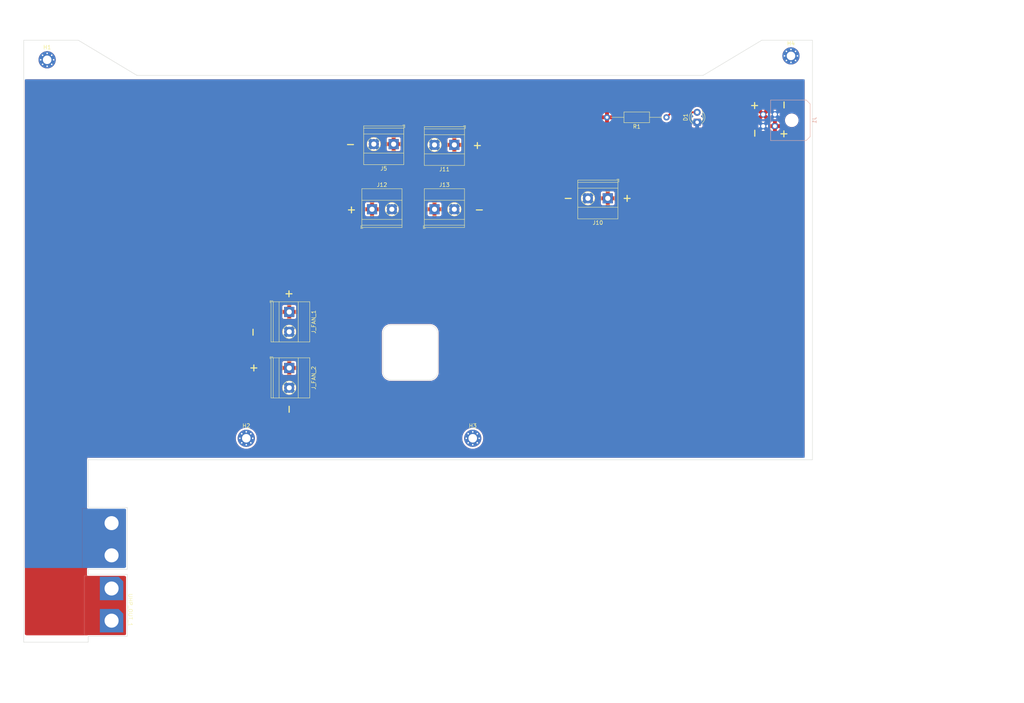
<source format=kicad_pcb>
(kicad_pcb (version 20240108) (generator "pcbnew") (generator_version "8.0")
  (layers (0 "F.Cu" signal) (31 "B.Cu" signal) (34 "B.Paste" user) (35 "F.Paste" user) (36 "B.SilkS" user "B.Silkscreen") (37 "F.SilkS" user "F.Silkscreen") (38 "B.Mask" user) (39 "F.Mask" user) (44 "Edge.Cuts" user))
  (net 0 "")
  (net 1 "+5V")
  (net 2 "GND")
  (net 39 "Net-(D1-A)")
  (footprint "TerminalBlock_Phoenix:TerminalBlock_Phoenix_MKDS-1,5-2-5.08_1x02_P5.08mm_Horizontal" (layer "F.Cu") (at 193.58 53.5 180)
    (property "Reference" "J10" (at 2.54 -6.26 0) (layer "F.SilkS"))
    (property "Value" "Switch_power")
    (fp_line (start 7.68 -5.261) (end 7.68 4.66) (stroke (width 0.12)) (layer "F.SilkS"))
    (fp_line (start 6.355 -1.069) (end 6.308 -1.023) (stroke (width 0.12)) (layer "F.SilkS"))
    (fp_line (start 6.15 -1.275) (end 6.115 -1.239) (stroke (width 0.12)) (layer "F.SilkS"))
    (fp_line (start 4.046 1.239) (end 4.011 1.274) (stroke (width 0.12)) (layer "F.SilkS"))
    (fp_line (start 3.853 1.023) (end 3.806 1.069) (stroke (width 0.12)) (layer "F.SilkS"))
    (fp_line (start -2.6 4.66) (end 7.68 4.66) (stroke (width 0.12)) (layer "F.SilkS"))
    (fp_line (start -2.6 4.1) (end 7.68 4.1) (stroke (width 0.12)) (layer "F.SilkS"))
    (fp_line (start -2.6 2.6) (end 7.68 2.6) (stroke (width 0.12)) (layer "F.SilkS"))
    (fp_line (start -2.6 -2.301) (end 7.68 -2.301) (stroke (width 0.12)) (layer "F.SilkS"))
    (fp_line (start -2.6 -5.261) (end 7.68 -5.261) (stroke (width 0.12)) (layer "F.SilkS"))
    (fp_line (start -2.6 -5.261) (end -2.6 4.66) (stroke (width 0.12)) (layer "F.SilkS"))
    (fp_line (start -2.84 4.9) (end -2.34 4.9) (stroke (width 0.12)) (layer "F.SilkS"))
    (fp_line (start -2.84 4.16) (end -2.84 4.9) (stroke (width 0.12)) (layer "F.SilkS"))
    (fp_arc (start 1.535427 -0.683042) (mid 1.680501 0.000524) (end 1.535 0.684) (stroke (width 0.12)) (layer "F.SilkS"))
    (fp_arc (start 0.683318 1.534756) (mid 0.349292 1.643288) (end 0 1.68) (stroke (width 0.12)) (layer "F.SilkS"))
    (fp_arc (start 0.028805 1.680253) (mid -0.335551 1.646659) (end -0.684 1.535) (stroke (width 0.12)) (layer "F.SilkS"))
    (fp_arc (start -0.683042 -1.535427) (mid 0.000524 -1.680501) (end 0.684 -1.535) (stroke (width 0.12)) (layer "F.SilkS"))
    (fp_arc (start -1.535427 0.683042) (mid -1.680501 -0.000524) (end -1.535 -0.684) (stroke (width 0.12)) (layer "F.SilkS"))
    (fp_circle (center 5.08 0) (end 6.76 0) (stroke (width 0.12)) (fill none) (layer "F.SilkS"))
    (fp_text user "+" (at -6.4 1 180) (layer "F.SilkS") (effects (font (size 2 2) (thickness 0.3)) (justify left bottom)))
    (fp_text user "-" (at 8.7 1 180) (layer "F.SilkS") (effects (font (size 2 2) (thickness 0.3)) (justify left bottom)))
    (pad "1" thru_hole rect (at 0 0 180) (size 2.6 2.6) (drill 1.3) (layers "*.Cu" "*.Mask") (net 1 "+5V"))
    (pad "2" thru_hole circle (at 5.08 0 180) (size 2.6 2.6) (drill 1.3) (layers "*.Cu" "*.Mask") (net 2 "GND"))
  )
  (footprint "power_supply:UHP-200A-5_output" (layer "F.Cu") (at 66.5 136.5 -90)
    (property "Reference" "UHP_OUT_1" (at 22.5 -4.8 -90) (layer "F.SilkS") (effects (font (thickness 0.1))))
    (property "Value" "~")
    (pad "1" thru_hole rect (at 0.25 0 270) (size 6 6) (drill 3.6) (layers "*.Cu" "*.Mask") (net 2 "GND"))
    (pad "2" thru_hole roundrect (at 8.5 0 270) (size 6 6) (drill 3.6) (layers "*.Cu" "*.Mask") (roundrect_rratio 0) (chamfer_ratio 0.2) (chamfer top_left) (net 2 "GND"))
    (pad "3" thru_hole roundrect (at 17 0 270) (size 6 6) (drill 3.6) (layers "*.Cu" "*.Mask") (roundrect_rratio 0) (chamfer_ratio 0.2) (chamfer top_left) (net 1 "+5V"))
    (pad "4" thru_hole roundrect (at 25.25 0 270) (size 6 6) (drill 3.6) (layers "*.Cu" "*.Mask") (roundrect_rratio 0) (chamfer_ratio 0.2) (chamfer top_left) (net 1 "+5V"))
  )
  (footprint "MountingHole:MountingHole_2.2mm_M2_Pad_Via" (layer "F.Cu") (at 159 115)
    (property "Reference" "H3" (at 0 -3.2 0) (layer "F.SilkS"))
    (property "Value" "MountingHole")
    (pad "1" thru_hole circle (at -1.65 0) (size 0.7 0.7) (drill 0.4) (layers "*.Cu" "*.Mask"))
    (pad "1" thru_hole circle (at -1.166726 -1.166726) (size 0.7 0.7) (drill 0.4) (layers "*.Cu" "*.Mask"))
    (pad "1" thru_hole circle (at -1.166726 1.166726) (size 0.7 0.7) (drill 0.4) (layers "*.Cu" "*.Mask"))
    (pad "1" thru_hole circle (at 0 -1.65) (size 0.7 0.7) (drill 0.4) (layers "*.Cu" "*.Mask"))
    (pad "1" thru_hole circle (at 0 0) (size 4.4 4.4) (drill 2.2) (layers "*.Cu" "*.Mask"))
    (pad "1" thru_hole circle (at 0 1.65) (size 0.7 0.7) (drill 0.4) (layers "*.Cu" "*.Mask"))
    (pad "1" thru_hole circle (at 1.166726 -1.166726) (size 0.7 0.7) (drill 0.4) (layers "*.Cu" "*.Mask"))
    (pad "1" thru_hole circle (at 1.166726 1.166726) (size 0.7 0.7) (drill 0.4) (layers "*.Cu" "*.Mask"))
    (pad "1" thru_hole circle (at 1.65 0) (size 0.7 0.7) (drill 0.4) (layers "*.Cu" "*.Mask"))
  )
  (footprint "MountingHole:MountingHole_2.2mm_M2_Pad_Via" (layer "F.Cu") (at 240.5 17)
    (property "Reference" "H4" (at 0 -3.2 0) (layer "F.SilkS"))
    (property "Value" "MountingHole")
    (pad "1" thru_hole circle (at -1.65 0) (size 0.7 0.7) (drill 0.4) (layers "*.Cu" "*.Mask"))
    (pad "1" thru_hole circle (at -1.166726 -1.166726) (size 0.7 0.7) (drill 0.4) (layers "*.Cu" "*.Mask"))
    (pad "1" thru_hole circle (at -1.166726 1.166726) (size 0.7 0.7) (drill 0.4) (layers "*.Cu" "*.Mask"))
    (pad "1" thru_hole circle (at 0 -1.65) (size 0.7 0.7) (drill 0.4) (layers "*.Cu" "*.Mask"))
    (pad "1" thru_hole circle (at 0 0) (size 4.4 4.4) (drill 2.2) (layers "*.Cu" "*.Mask"))
    (pad "1" thru_hole circle (at 0 1.65) (size 0.7 0.7) (drill 0.4) (layers "*.Cu" "*.Mask"))
    (pad "1" thru_hole circle (at 1.166726 -1.166726) (size 0.7 0.7) (drill 0.4) (layers "*.Cu" "*.Mask"))
    (pad "1" thru_hole circle (at 1.166726 1.166726) (size 0.7 0.7) (drill 0.4) (layers "*.Cu" "*.Mask"))
    (pad "1" thru_hole circle (at 1.65 0) (size 0.7 0.7) (drill 0.4) (layers "*.Cu" "*.Mask"))
  )
  (footprint "TerminalBlock_Phoenix:TerminalBlock_Phoenix_MKDS-1,5-2-5.08_1x02_P5.08mm_Horizontal" (layer "F.Cu") (at 112 96.98 -90)
    (property "Reference" "J_FAN_2" (at 2.54 -6.26 90) (layer "F.SilkS"))
    (property "Value" "Fan_power")
    (fp_line (start -2.84 4.9) (end -2.34 4.9) (stroke (width 0.12)) (layer "F.SilkS"))
    (fp_line (start -2.6 4.66) (end 7.68 4.66) (stroke (width 0.12)) (layer "F.SilkS"))
    (fp_line (start -2.84 4.16) (end -2.84 4.9) (stroke (width 0.12)) (layer "F.SilkS"))
    (fp_line (start -2.6 4.1) (end 7.68 4.1) (stroke (width 0.12)) (layer "F.SilkS"))
    (fp_line (start -2.6 2.6) (end 7.68 2.6) (stroke (width 0.12)) (layer "F.SilkS"))
    (fp_line (start 4.046 1.239) (end 4.011 1.274) (stroke (width 0.12)) (layer "F.SilkS"))
    (fp_line (start 3.853 1.023) (end 3.806 1.069) (stroke (width 0.12)) (layer "F.SilkS"))
    (fp_line (start 6.355 -1.069) (end 6.308 -1.023) (stroke (width 0.12)) (layer "F.SilkS"))
    (fp_line (start 6.15 -1.275) (end 6.115 -1.239) (stroke (width 0.12)) (layer "F.SilkS"))
    (fp_line (start -2.6 -2.301) (end 7.68 -2.301) (stroke (width 0.12)) (layer "F.SilkS"))
    (fp_line (start -2.6 -5.261) (end -2.6 4.66) (stroke (width 0.12)) (layer "F.SilkS"))
    (fp_line (start -2.6 -5.261) (end 7.68 -5.261) (stroke (width 0.12)) (layer "F.SilkS"))
    (fp_line (start 7.68 -5.261) (end 7.68 4.66) (stroke (width 0.12)) (layer "F.SilkS"))
    (fp_arc (start 0.028805 1.680253) (mid -0.335551 1.646659) (end -0.684 1.535) (stroke (width 0.12)) (layer "F.SilkS"))
    (fp_arc (start 0.683318 1.534756) (mid 0.349292 1.643288) (end 0 1.68) (stroke (width 0.12)) (layer "F.SilkS"))
    (fp_arc (start -1.535427 0.683042) (mid -1.680501 -0.000524) (end -1.535 -0.684) (stroke (width 0.12)) (layer "F.SilkS"))
    (fp_arc (start 1.535427 -0.683042) (mid 1.680501 0.000524) (end 1.535 0.684) (stroke (width 0.12)) (layer "F.SilkS"))
    (fp_arc (start -0.683042 -1.535427) (mid 0.000524 -1.680501) (end 0.684 -1.535) (stroke (width 0.12)) (layer "F.SilkS"))
    (fp_circle (center 5.08 0) (end 6.76 0) (stroke (width 0.12)) (fill none) (layer "F.SilkS"))
    (pad "1" thru_hole rect (at 0 0 270) (size 2.6 2.6) (drill 1.3) (layers "*.Cu" "*.Mask") (net 1 "+5V"))
    (pad "2" thru_hole circle (at 5.08 0 270) (size 2.6 2.6) (drill 1.3) (layers "*.Cu" "*.Mask") (net 2 "GND"))
  )
  (footprint "TerminalBlock_Phoenix:TerminalBlock_Phoenix_MKDS-1,5-2-5.08_1x02_P5.08mm_Horizontal" (layer "F.Cu") (at 138.74 39.61 180)
    (property "Reference" "J5" (at 2.54 -6.26 0) (layer "F.SilkS"))
    (property "Value" "Rpi")
    (fp_line (start 7.68 -5.261) (end 7.68 4.66) (stroke (width 0.12)) (layer "F.SilkS"))
    (fp_line (start 6.355 -1.069) (end 6.308 -1.023) (stroke (width 0.12)) (layer "F.SilkS"))
    (fp_line (start 6.15 -1.275) (end 6.115 -1.239) (stroke (width 0.12)) (layer "F.SilkS"))
    (fp_line (start 4.046 1.239) (end 4.011 1.274) (stroke (width 0.12)) (layer "F.SilkS"))
    (fp_line (start 3.853 1.023) (end 3.806 1.069) (stroke (width 0.12)) (layer "F.SilkS"))
    (fp_line (start -2.6 4.66) (end 7.68 4.66) (stroke (width 0.12)) (layer "F.SilkS"))
    (fp_line (start -2.6 4.1) (end 7.68 4.1) (stroke (width 0.12)) (layer "F.SilkS"))
    (fp_line (start -2.6 2.6) (end 7.68 2.6) (stroke (width 0.12)) (layer "F.SilkS"))
    (fp_line (start -2.6 -2.301) (end 7.68 -2.301) (stroke (width 0.12)) (layer "F.SilkS"))
    (fp_line (start -2.6 -5.261) (end 7.68 -5.261) (stroke (width 0.12)) (layer "F.SilkS"))
    (fp_line (start -2.6 -5.261) (end -2.6 4.66) (stroke (width 0.12)) (layer "F.SilkS"))
    (fp_line (start -2.84 4.9) (end -2.34 4.9) (stroke (width 0.12)) (layer "F.SilkS"))
    (fp_line (start -2.84 4.16) (end -2.84 4.9) (stroke (width 0.12)) (layer "F.SilkS"))
    (fp_arc (start 1.535427 -0.683042) (mid 1.680501 0.000524) (end 1.535 0.684) (stroke (width 0.12)) (layer "F.SilkS"))
    (fp_arc (start 0.683318 1.534756) (mid 0.349292 1.643288) (end 0 1.68) (stroke (width 0.12)) (layer "F.SilkS"))
    (fp_arc (start 0.028805 1.680253) (mid -0.335551 1.646659) (end -0.684 1.535) (stroke (width 0.12)) (layer "F.SilkS"))
    (fp_arc (start -0.683042 -1.535427) (mid 0.000524 -1.680501) (end 0.684 -1.535) (stroke (width 0.12)) (layer "F.SilkS"))
    (fp_arc (start -1.535427 0.683042) (mid -1.680501 -0.000524) (end -1.535 -0.684) (stroke (width 0.12)) (layer "F.SilkS"))
    (fp_circle (center 5.08 0) (end 6.76 0) (stroke (width 0.12)) (fill none) (layer "F.SilkS"))
    (pad "1" thru_hole rect (at 0 0 180) (size 2.6 2.6) (drill 1.3) (layers "*.Cu" "*.Mask") (net 1 "+5V"))
    (pad "2" thru_hole circle (at 5.08 0 180) (size 2.6 2.6) (drill 1.3) (layers "*.Cu" "*.Mask") (net 2 "GND"))
  )
  (footprint "TerminalBlock_Phoenix:TerminalBlock_Phoenix_MKDS-1,5-2-5.08_1x02_P5.08mm_Horizontal" (layer "F.Cu") (at 112 82.62 -90)
    (property "Reference" "J_FAN_1" (at 2.54 -6.26 90) (layer "F.SilkS"))
    (property "Value" "Fan_power")
    (fp_line (start -2.84 4.9) (end -2.34 4.9) (stroke (width 0.12)) (layer "F.SilkS"))
    (fp_line (start -2.6 4.66) (end 7.68 4.66) (stroke (width 0.12)) (layer "F.SilkS"))
    (fp_line (start -2.84 4.16) (end -2.84 4.9) (stroke (width 0.12)) (layer "F.SilkS"))
    (fp_line (start -2.6 4.1) (end 7.68 4.1) (stroke (width 0.12)) (layer "F.SilkS"))
    (fp_line (start -2.6 2.6) (end 7.68 2.6) (stroke (width 0.12)) (layer "F.SilkS"))
    (fp_line (start 4.046 1.239) (end 4.011 1.274) (stroke (width 0.12)) (layer "F.SilkS"))
    (fp_line (start 3.853 1.023) (end 3.806 1.069) (stroke (width 0.12)) (layer "F.SilkS"))
    (fp_line (start 6.355 -1.069) (end 6.308 -1.023) (stroke (width 0.12)) (layer "F.SilkS"))
    (fp_line (start 6.15 -1.275) (end 6.115 -1.239) (stroke (width 0.12)) (layer "F.SilkS"))
    (fp_line (start -2.6 -2.301) (end 7.68 -2.301) (stroke (width 0.12)) (layer "F.SilkS"))
    (fp_line (start -2.6 -5.261) (end -2.6 4.66) (stroke (width 0.12)) (layer "F.SilkS"))
    (fp_line (start -2.6 -5.261) (end 7.68 -5.261) (stroke (width 0.12)) (layer "F.SilkS"))
    (fp_line (start 7.68 -5.261) (end 7.68 4.66) (stroke (width 0.12)) (layer "F.SilkS"))
    (fp_arc (start 0.028805 1.680253) (mid -0.335551 1.646659) (end -0.684 1.535) (stroke (width 0.12)) (layer "F.SilkS"))
    (fp_arc (start 0.683318 1.534756) (mid 0.349292 1.643288) (end 0 1.68) (stroke (width 0.12)) (layer "F.SilkS"))
    (fp_arc (start -1.535427 0.683042) (mid -1.680501 -0.000524) (end -1.535 -0.684) (stroke (width 0.12)) (layer "F.SilkS"))
    (fp_arc (start 1.535427 -0.683042) (mid 1.680501 0.000524) (end 1.535 0.684) (stroke (width 0.12)) (layer "F.SilkS"))
    (fp_arc (start -0.683042 -1.535427) (mid 0.000524 -1.680501) (end 0.684 -1.535) (stroke (width 0.12)) (layer "F.SilkS"))
    (fp_circle (center 5.08 0) (end 6.76 0) (stroke (width 0.12)) (fill none) (layer "F.SilkS"))
    (pad "1" thru_hole rect (at 0 0 270) (size 2.6 2.6) (drill 1.3) (layers "*.Cu" "*.Mask") (net 1 "+5V"))
    (pad "2" thru_hole circle (at 5.08 0 270) (size 2.6 2.6) (drill 1.3) (layers "*.Cu" "*.Mask") (net 2 "GND"))
  )
  (footprint "LED_THT:LED_D3.0mm" (layer "F.Cu") (at 216.475 34 90)
    (property "Reference" "D1" (at 1.27 -2.96 90) (layer "F.SilkS"))
    (property "Value" "PWR")
    (fp_line (start -0.29 -1.236) (end -0.29 -1.08) (stroke (width 0.12)) (layer "F.SilkS"))
    (fp_line (start -0.29 1.08) (end -0.29 1.236) (stroke (width 0.12)) (layer "F.SilkS"))
    (fp_arc (start -0.29 -1.235516) (mid 1.366487 -1.987659) (end 2.942335 -1.078608) (stroke (width 0.12)) (layer "F.SilkS"))
    (fp_arc (start 0.229039 -1.08) (mid 1.270117 -1.5) (end 2.31113 -1.079837) (stroke (width 0.12)) (layer "F.SilkS"))
    (fp_arc (start 2.942335 1.078608) (mid 1.366487 1.987659) (end -0.29 1.235516) (stroke (width 0.12)) (layer "F.SilkS"))
    (fp_arc (start 2.31113 1.079837) (mid 1.270117 1.5) (end 0.229039 1.08) (stroke (width 0.12)) (layer "F.SilkS"))
    (pad "1" thru_hole rect (at 0 0 90) (size 1.8 1.8) (drill 0.9) (layers "*.Cu" "*.Mask") (net 2 "GND"))
    (pad "2" thru_hole circle (at 2.54 0 90) (size 1.8 1.8) (drill 0.9) (layers "*.Cu" "*.Mask") (net 39 "Net-(D1-A)"))
  )
  (footprint "TerminalBlock_Phoenix:TerminalBlock_Phoenix_MKDS-1,5-2-5.08_1x02_P5.08mm_Horizontal" (layer "F.Cu") (at 149.205 56.305)
    (property "Reference" "J13" (at 2.54 -6.26 0) (layer "F.SilkS"))
    (property "Value" "Rpi")
    (fp_line (start -2.84 4.16) (end -2.84 4.9) (stroke (width 0.12)) (layer "F.SilkS"))
    (fp_line (start -2.84 4.9) (end -2.34 4.9) (stroke (width 0.12)) (layer "F.SilkS"))
    (fp_line (start -2.6 -5.261) (end -2.6 4.66) (stroke (width 0.12)) (layer "F.SilkS"))
    (fp_line (start -2.6 -5.261) (end 7.68 -5.261) (stroke (width 0.12)) (layer "F.SilkS"))
    (fp_line (start -2.6 -2.301) (end 7.68 -2.301) (stroke (width 0.12)) (layer "F.SilkS"))
    (fp_line (start -2.6 2.6) (end 7.68 2.6) (stroke (width 0.12)) (layer "F.SilkS"))
    (fp_line (start -2.6 4.1) (end 7.68 4.1) (stroke (width 0.12)) (layer "F.SilkS"))
    (fp_line (start -2.6 4.66) (end 7.68 4.66) (stroke (width 0.12)) (layer "F.SilkS"))
    (fp_line (start 3.853 1.023) (end 3.806 1.069) (stroke (width 0.12)) (layer "F.SilkS"))
    (fp_line (start 4.046 1.239) (end 4.011 1.274) (stroke (width 0.12)) (layer "F.SilkS"))
    (fp_line (start 6.15 -1.275) (end 6.115 -1.239) (stroke (width 0.12)) (layer "F.SilkS"))
    (fp_line (start 6.355 -1.069) (end 6.308 -1.023) (stroke (width 0.12)) (layer "F.SilkS"))
    (fp_line (start 7.68 -5.261) (end 7.68 4.66) (stroke (width 0.12)) (layer "F.SilkS"))
    (fp_arc (start -1.535427 0.683042) (mid -1.680501 -0.000524) (end -1.535 -0.684) (stroke (width 0.12)) (layer "F.SilkS"))
    (fp_arc (start -0.683042 -1.535427) (mid 0.000524 -1.680501) (end 0.684 -1.535) (stroke (width 0.12)) (layer "F.SilkS"))
    (fp_arc (start 0.028805 1.680253) (mid -0.335551 1.646659) (end -0.684 1.535) (stroke (width 0.12)) (layer "F.SilkS"))
    (fp_arc (start 0.683318 1.534756) (mid 0.349292 1.643288) (end 0 1.68) (stroke (width 0.12)) (layer "F.SilkS"))
    (fp_arc (start 1.535427 -0.683042) (mid 1.680501 0.000524) (end 1.535 0.684) (stroke (width 0.12)) (layer "F.SilkS"))
    (fp_circle (center 5.08 0) (end 6.76 0) (stroke (width 0.12)) (fill none) (layer "F.SilkS"))
    (pad "1" thru_hole rect (at 0 0) (size 2.6 2.6) (drill 1.3) (layers "*.Cu" "*.Mask") (net 1 "+5V"))
    (pad "2" thru_hole circle (at 5.08 0) (size 2.6 2.6) (drill 1.3) (layers "*.Cu" "*.Mask") (net 2 "GND"))
  )
  (footprint "TerminalBlock_Phoenix:TerminalBlock_Phoenix_MKDS-1,5-2-5.08_1x02_P5.08mm_Horizontal" (layer "F.Cu") (at 133.205 56.305)
    (property "Reference" "J12" (at 2.54 -6.26 0) (layer "F.SilkS"))
    (property "Value" "Rpi")
    (fp_line (start -2.84 4.16) (end -2.84 4.9) (stroke (width 0.12)) (layer "F.SilkS"))
    (fp_line (start -2.84 4.9) (end -2.34 4.9) (stroke (width 0.12)) (layer "F.SilkS"))
    (fp_line (start -2.6 -5.261) (end -2.6 4.66) (stroke (width 0.12)) (layer "F.SilkS"))
    (fp_line (start -2.6 -5.261) (end 7.68 -5.261) (stroke (width 0.12)) (layer "F.SilkS"))
    (fp_line (start -2.6 -2.301) (end 7.68 -2.301) (stroke (width 0.12)) (layer "F.SilkS"))
    (fp_line (start -2.6 2.6) (end 7.68 2.6) (stroke (width 0.12)) (layer "F.SilkS"))
    (fp_line (start -2.6 4.1) (end 7.68 4.1) (stroke (width 0.12)) (layer "F.SilkS"))
    (fp_line (start -2.6 4.66) (end 7.68 4.66) (stroke (width 0.12)) (layer "F.SilkS"))
    (fp_line (start 3.853 1.023) (end 3.806 1.069) (stroke (width 0.12)) (layer "F.SilkS"))
    (fp_line (start 4.046 1.239) (end 4.011 1.274) (stroke (width 0.12)) (layer "F.SilkS"))
    (fp_line (start 6.15 -1.275) (end 6.115 -1.239) (stroke (width 0.12)) (layer "F.SilkS"))
    (fp_line (start 6.355 -1.069) (end 6.308 -1.023) (stroke (width 0.12)) (layer "F.SilkS"))
    (fp_line (start 7.68 -5.261) (end 7.68 4.66) (stroke (width 0.12)) (layer "F.SilkS"))
    (fp_arc (start -1.535427 0.683042) (mid -1.680501 -0.000524) (end -1.535 -0.684) (stroke (width 0.12)) (layer "F.SilkS"))
    (fp_arc (start -0.683042 -1.535427) (mid 0.000524 -1.680501) (end 0.684 -1.535) (stroke (width 0.12)) (layer "F.SilkS"))
    (fp_arc (start 0.028805 1.680253) (mid -0.335551 1.646659) (end -0.684 1.535) (stroke (width 0.12)) (layer "F.SilkS"))
    (fp_arc (start 0.683318 1.534756) (mid 0.349292 1.643288) (end 0 1.68) (stroke (width 0.12)) (layer "F.SilkS"))
    (fp_arc (start 1.535427 -0.683042) (mid 1.680501 0.000524) (end 1.535 0.684) (stroke (width 0.12)) (layer "F.SilkS"))
    (fp_circle (center 5.08 0) (end 6.76 0) (stroke (width 0.12)) (fill none) (layer "F.SilkS"))
    (pad "1" thru_hole rect (at 0 0) (size 2.6 2.6) (drill 1.3) (layers "*.Cu" "*.Mask") (net 1 "+5V"))
    (pad "2" thru_hole circle (at 5.08 0) (size 2.6 2.6) (drill 1.3) (layers "*.Cu" "*.Mask") (net 2 "GND"))
  )
  (footprint "MountingHole:MountingHole_2.2mm_M2_Pad_Via" (layer "F.Cu") (at 101 115)
    (property "Reference" "H2" (at 0 -3.2 0) (layer "F.SilkS"))
    (property "Value" "MountingHole")
    (pad "1" thru_hole circle (at -1.65 0) (size 0.7 0.7) (drill 0.4) (layers "*.Cu" "*.Mask"))
    (pad "1" thru_hole circle (at -1.166726 -1.166726) (size 0.7 0.7) (drill 0.4) (layers "*.Cu" "*.Mask"))
    (pad "1" thru_hole circle (at -1.166726 1.166726) (size 0.7 0.7) (drill 0.4) (layers "*.Cu" "*.Mask"))
    (pad "1" thru_hole circle (at 0 -1.65) (size 0.7 0.7) (drill 0.4) (layers "*.Cu" "*.Mask"))
    (pad "1" thru_hole circle (at 0 0) (size 4.4 4.4) (drill 2.2) (layers "*.Cu" "*.Mask"))
    (pad "1" thru_hole circle (at 0 1.65) (size 0.7 0.7) (drill 0.4) (layers "*.Cu" "*.Mask"))
    (pad "1" thru_hole circle (at 1.166726 -1.166726) (size 0.7 0.7) (drill 0.4) (layers "*.Cu" "*.Mask"))
    (pad "1" thru_hole circle (at 1.166726 1.166726) (size 0.7 0.7) (drill 0.4) (layers "*.Cu" "*.Mask"))
    (pad "1" thru_hole circle (at 1.65 0) (size 0.7 0.7) (drill 0.4) (layers "*.Cu" "*.Mask"))
  )
  (footprint "MountingHole:MountingHole_2.2mm_M2_Pad_Via" (layer "F.Cu") (at 50 18)
    (property "Reference" "H1" (at 0 -3.2 0) (layer "F.SilkS"))
    (property "Value" "MountingHole")
    (pad "1" thru_hole circle (at -1.65 0) (size 0.7 0.7) (drill 0.4) (layers "*.Cu" "*.Mask"))
    (pad "1" thru_hole circle (at -1.166726 -1.166726) (size 0.7 0.7) (drill 0.4) (layers "*.Cu" "*.Mask"))
    (pad "1" thru_hole circle (at -1.166726 1.166726) (size 0.7 0.7) (drill 0.4) (layers "*.Cu" "*.Mask"))
    (pad "1" thru_hole circle (at 0 -1.65) (size 0.7 0.7) (drill 0.4) (layers "*.Cu" "*.Mask"))
    (pad "1" thru_hole circle (at 0 0) (size 4.4 4.4) (drill 2.2) (layers "*.Cu" "*.Mask"))
    (pad "1" thru_hole circle (at 0 1.65) (size 0.7 0.7) (drill 0.4) (layers "*.Cu" "*.Mask"))
    (pad "1" thru_hole circle (at 1.166726 -1.166726) (size 0.7 0.7) (drill 0.4) (layers "*.Cu" "*.Mask"))
    (pad "1" thru_hole circle (at 1.166726 1.166726) (size 0.7 0.7) (drill 0.4) (layers "*.Cu" "*.Mask"))
    (pad "1" thru_hole circle (at 1.65 0) (size 0.7 0.7) (drill 0.4) (layers "*.Cu" "*.Mask"))
  )
  (footprint "Resistor_THT:R_Axial_DIN0207_L6.3mm_D2.5mm_P15.24mm_Horizontal" (layer "F.Cu") (at 208.62 32.75 180)
    (property "Reference" "R1" (at 7.62 -2.37 360) (layer "F.SilkS"))
    (property "Value" "300R")
    (fp_line (start 14.2 0) (end 10.89 0) (stroke (width 0.12)) (layer "F.SilkS"))
    (fp_line (start 10.89 1.37) (end 10.89 -1.37) (stroke (width 0.12)) (layer "F.SilkS"))
    (fp_line (start 10.89 -1.37) (end 4.35 -1.37) (stroke (width 0.12)) (layer "F.SilkS"))
    (fp_line (start 4.35 1.37) (end 10.89 1.37) (stroke (width 0.12)) (layer "F.SilkS"))
    (fp_line (start 4.35 -1.37) (end 4.35 1.37) (stroke (width 0.12)) (layer "F.SilkS"))
    (fp_line (start 1.04 0) (end 4.35 0) (stroke (width 0.12)) (layer "F.SilkS"))
    (pad "1" thru_hole circle (at 0 0 180) (size 1.6 1.6) (drill 0.8) (layers "*.Cu" "*.Mask") (net 39 "Net-(D1-A)"))
    (pad "2" thru_hole oval (at 15.24 0 180) (size 1.6 1.6) (drill 0.8) (layers "*.Cu" "*.Mask") (net 1 "+5V"))
  )
  (footprint "TerminalBlock_Phoenix:TerminalBlock_Phoenix_MKDS-1,5-2-5.08_1x02_P5.08mm_Horizontal" (layer "F.Cu") (at 154.285 39.805 180)
    (property "Reference" "J11" (at 2.54 -6.26 0) (layer "F.SilkS"))
    (property "Value" "Rpi")
    (fp_line (start 7.68 -5.261) (end 7.68 4.66) (stroke (width 0.12)) (layer "F.SilkS"))
    (fp_line (start 6.355 -1.069) (end 6.308 -1.023) (stroke (width 0.12)) (layer "F.SilkS"))
    (fp_line (start 6.15 -1.275) (end 6.115 -1.239) (stroke (width 0.12)) (layer "F.SilkS"))
    (fp_line (start 4.046 1.239) (end 4.011 1.274) (stroke (width 0.12)) (layer "F.SilkS"))
    (fp_line (start 3.853 1.023) (end 3.806 1.069) (stroke (width 0.12)) (layer "F.SilkS"))
    (fp_line (start -2.6 4.66) (end 7.68 4.66) (stroke (width 0.12)) (layer "F.SilkS"))
    (fp_line (start -2.6 4.1) (end 7.68 4.1) (stroke (width 0.12)) (layer "F.SilkS"))
    (fp_line (start -2.6 2.6) (end 7.68 2.6) (stroke (width 0.12)) (layer "F.SilkS"))
    (fp_line (start -2.6 -2.301) (end 7.68 -2.301) (stroke (width 0.12)) (layer "F.SilkS"))
    (fp_line (start -2.6 -5.261) (end 7.68 -5.261) (stroke (width 0.12)) (layer "F.SilkS"))
    (fp_line (start -2.6 -5.261) (end -2.6 4.66) (stroke (width 0.12)) (layer "F.SilkS"))
    (fp_line (start -2.84 4.9) (end -2.34 4.9) (stroke (width 0.12)) (layer "F.SilkS"))
    (fp_line (start -2.84 4.16) (end -2.84 4.9) (stroke (width 0.12)) (layer "F.SilkS"))
    (fp_arc (start 1.535427 -0.683042) (mid 1.680501 0.000524) (end 1.535 0.684) (stroke (width 0.12)) (layer "F.SilkS"))
    (fp_arc (start 0.683318 1.534756) (mid 0.349292 1.643288) (end 0 1.68) (stroke (width 0.12)) (layer "F.SilkS"))
    (fp_arc (start 0.028805 1.680253) (mid -0.335551 1.646659) (end -0.684 1.535) (stroke (width 0.12)) (layer "F.SilkS"))
    (fp_arc (start -0.683042 -1.535427) (mid 0.000524 -1.680501) (end 0.684 -1.535) (stroke (width 0.12)) (layer "F.SilkS"))
    (fp_arc (start -1.535427 0.683042) (mid -1.680501 -0.000524) (end -1.535 -0.684) (stroke (width 0.12)) (layer "F.SilkS"))
    (fp_circle (center 5.08 0) (end 6.76 0) (stroke (width 0.12)) (fill none) (layer "F.SilkS"))
    (pad "1" thru_hole rect (at 0 0 180) (size 2.6 2.6) (drill 1.3) (layers "*.Cu" "*.Mask") (net 1 "+5V"))
    (pad "2" thru_hole circle (at 5.08 0 180) (size 2.6 2.6) (drill 1.3) (layers "*.Cu" "*.Mask") (net 2 "GND"))
  )
  (footprint "Connector_Molex:Molex_Micro-Fit_3.0_43045-0400_2x02_P3.00mm_Horizontal" (layer "B.Cu") (at 236.38 35 90)
    (property "Reference" "J1" (at 1.5 10.12 90) (layer "B.SilkS") (effects (justify mirror)))
    (property "Value" "Molex Micro-Fit")
    (fp_line (start 6.685 -1.1) (end 6.685 8.03) (stroke (width 0.12)) (layer "B.SilkS"))
    (fp_line (start -3.685 -1.1) (end 6.685 -1.1) (stroke (width 0.12)) (layer "B.SilkS"))
    (fp_line (start 6.685 8.03) (end 5.685 9.03) (stroke (width 0.12)) (layer "B.SilkS"))
    (fp_line (start -3.685 8.03) (end -3.685 -1.1) (stroke (width 0.12)) (layer "B.SilkS"))
    (fp_line (start 5.685 9.03) (end -2.685 9.03) (stroke (width 0.12)) (layer "B.SilkS"))
    (fp_line (start -2.685 9.03) (end -3.685 8.03) (stroke (width 0.12)) (layer "B.SilkS"))
    (pad "" np_thru_hole circle (at 1.5 4.32 90) (size 3 3) (drill 3) (layers "*.Cu" "*.Mask"))
    (pad "1" thru_hole roundrect (at 0 0 90) (size 1.5 1.5) (drill 1.02) (layers "*.Cu" "*.Mask") (roundrect_rratio 0.166667) (net 1 "+5V"))
    (pad "2" thru_hole circle (at 3 0 90) (size 1.5 1.5) (drill 1.02) (layers "*.Cu" "*.Mask") (net 2 "GND"))
    (pad "3" thru_hole circle (at 0 -3 90) (size 1.5 1.5) (drill 1.02) (layers "*.Cu" "*.Mask") (net 2 "GND"))
    (pad "4" thru_hole circle (at 3 -3 90) (size 1.5 1.5) (drill 1.02) (layers "*.Cu" "*.Mask") (net 1 "+5V"))
  )
  (gr_line (start 60.5 120.495) (end 68 120.5) (stroke (width 0.1)) (layer "Edge.Cuts"))
  (gr_line (start 246 120.5) (end 246 13) (stroke (width 0.1)) (layer "Edge.Cuts"))
  (gr_line (start 60.5 148.6) (end 60.5 149.9) (stroke (width 0.1)) (layer "Edge.Cuts"))
  (gr_line (start 70.5 165.75) (end 60.5 165.75) (stroke (width 0.1)) (layer "Edge.Cuts"))
  (gr_line (start 68 120.5) (end 246 120.5) (stroke (width 0.1)) (layer "Edge.Cuts"))
  (gr_arc (start 138 100) (mid 136.585786 99.414214) (end 136 98) (stroke (width 0.1)) (layer "Edge.Cuts"))
  (gr_line (start 44 167.25) (end 44 120.5) (stroke (width 0.1)) (layer "Edge.Cuts"))
  (gr_arc (start 148 86) (mid 149.414214 86.585786) (end 150 88) (stroke (width 0.1)) (layer "Edge.Cuts"))
  (gr_line (start 70.5 149.9) (end 70.5 165.75) (stroke (width 0.1)) (layer "Edge.Cuts"))
  (gr_line (start 70.5 148.6) (end 60.5 148.6) (stroke (width 0.1)) (layer "Edge.Cuts"))
  (gr_line (start 138 100) (end 148 100) (stroke (width 0.1)) (layer "Edge.Cuts"))
  (gr_line (start 60.5 132.745) (end 60.5 120.495) (stroke (width 0.1)) (layer "Edge.Cuts"))
  (gr_line (start 44 13) (end 58 13) (stroke (width 0.1)) (layer "Edge.Cuts"))
  (gr_line (start 233 13) (end 218 22) (stroke (width 0.1)) (layer "Edge.Cuts"))
  (gr_line (start 246 13) (end 233 13) (stroke (width 0.1)) (layer "Edge.Cuts"))
  (gr_arc (start 150 98) (mid 149.414214 99.414214) (end 148 100) (stroke (width 0.1)) (layer "Edge.Cuts"))
  (gr_line (start 60.5 149.9) (end 70.5 149.9) (stroke (width 0.1)) (layer "Edge.Cuts"))
  (gr_line (start 44 120.5) (end 44 13) (stroke (width 0.1)) (layer "Edge.Cuts"))
  (gr_line (start 60.5 167.25) (end 44 167.25) (stroke (width 0.1)) (layer "Edge.Cuts"))
  (gr_line (start 60.5 165.75) (end 60.5 167.25) (stroke (width 0.1)) (layer "Edge.Cuts"))
  (gr_line (start 136 98) (end 136 88) (stroke (width 0.1)) (layer "Edge.Cuts"))
  (gr_line (start 150 98) (end 150 88) (stroke (width 0.1)) (layer "Edge.Cuts"))
  (gr_arc (start 136 88) (mid 136.585786 86.585786) (end 138 86) (stroke (width 0.1)) (layer "Edge.Cuts"))
  (gr_line (start 70.5 132.75) (end 70.5 148.6) (stroke (width 0.1)) (layer "Edge.Cuts"))
  (gr_line (start 138 86) (end 148 86) (stroke (width 0.1)) (layer "Edge.Cuts"))
  (gr_line (start 60.5 132.745) (end 70.5 132.75) (stroke (width 0.1)) (layer "Edge.Cuts"))
  (gr_line (start 58 13) (end 73 22) (stroke (width 0.1)) (layer "Edge.Cuts"))
  (gr_line (start 73 22) (end 218 22) (stroke (width 0.1)) (layer "Edge.Cuts"))
  (gr_text "-" (at 239.75 31 90) (layer "F.SilkS") (effects (font (size 2 2) (thickness 0.3)) (justify left bottom)))
  (gr_text "+" (at 126.5 57.5 0) (layer "F.SilkS") (effects (font (size 2 2) (thickness 0.3)) (justify left bottom)))
  (gr_text "+" (at 101.5 98 0) (layer "F.SilkS") (effects (font (size 2 2) (thickness 0.3)) (justify left bottom)))
  (gr_text "-" (at 113 109 90) (layer "F.SilkS") (effects (font (size 2 2) (thickness 0.3)) (justify left bottom)))
  (gr_text "-" (at 103.75 89.25 90) (layer "F.SilkS") (effects (font (size 2 2) (thickness 0.3)) (justify left bottom)))
  (gr_text "+" (at 229.75 30.75 0) (layer "F.SilkS") (effects (font (size 2 2) (thickness 0.3)) (justify left bottom)))
  (gr_text "+" (at 158.75 41 0) (layer "F.SilkS") (effects (font (size 2 2) (thickness 0.3)) (justify left bottom)))
  (gr_text "-" (at 126.25 40.75 0) (layer "F.SilkS") (effects (font (size 2 2) (thickness 0.3)) (justify left bottom)))
  (gr_text "+" (at 110.5 79 0) (layer "F.SilkS") (effects (font (size 2 2) (thickness 0.3)) (justify left bottom)))
  (gr_text "-" (at 159.25 57.5 0) (layer "F.SilkS") (effects (font (size 2 2) (thickness 0.3)) (justify left bottom)))
  (gr_text "+" (at 237.25 38 0) (layer "F.SilkS") (effects (font (size 2 2) (thickness 0.3)) (justify left bottom)))
  (gr_text "-" (at 232.25 38.25 90) (layer "F.SilkS") (effects (font (size 2 2) (thickness 0.3)) (justify left bottom)))
  (segment (start 209.91 31.46) (end 208.62 32.75) (width 0.5) (layer "F.Cu") (net 39))
  (segment (start 216.475 31.46) (end 209.91 31.46) (width 0.5) (layer "F.Cu") (net 39))
  (zone (net 1) (net_name "+5V") (layer "F.Cu") (connect_pads (clearance 0.5)) (min_thickness 0.25) (fill yes (thermal_gap 0.5) (thermal_bridge_width 1) (smoothing fillet) (radius 0.5))
    (polygon (pts (xy 62.13 165.5) (xy 62.13 150.25) (xy 60.25 150.25) (xy 60.25 131.5) (xy 60.25 120) (xy 244 120) (xy 244 23) (xy 44.25 23) (xy 44.25 165.5)))
  )
  (zone (net 1) (net_name "+5V") (layer "F.Cu") (priority 3) (connect_pads (clearance 0.5)) (min_thickness 0.25) (fill yes (thermal_gap 0) (thermal_bridge_width 8) (smoothing fillet) (radius 0.5))
    (polygon (pts (xy 70.25 150.25) (xy 70.25 165.5) (xy 59.5 165.5) (xy 59.5 150.25)))
  )
  (zone (net 2) (net_name "GND") (layer "B.Cu") (priority 2) (connect_pads (clearance 0.5)) (min_thickness 0.25) (fill yes (thermal_gap 0) (thermal_bridge_width 8) (smoothing fillet) (radius 0.5))
    (polygon (pts (xy 70.25 133) (xy 70.25 148.25) (xy 59 148.25) (xy 59 133)))
  )
  (zone (net 2) (net_name "GND") (layer "B.Cu") (priority 1) (connect_pads (clearance 0.5)) (min_thickness 0.25) (fill yes (thermal_gap 0.5) (thermal_bridge_width 1))
    (polygon (pts (xy 60.25 148.25) (xy 60.25 133) (xy 60.25 131.5) (xy 60.25 120) (xy 244 120) (xy 244 23) (xy 44.25 23) (xy 44.25 148.25)))
  )
)
</source>
